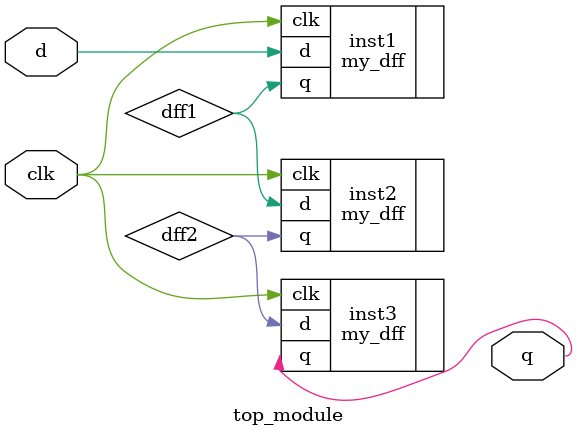
<source format=v>
/*
	You are given a module my_dff with two inputs and one output (that implements a D flip-flop). Instantiate three of
    them, then chain them together to make a shift register of length 3. The clk port needs to be connected to all
    instances. \
    Note that to make the internal connections, you will need to declare some wires. Be careful about naming your wires
    and module instances: the names must be unique.
   	module my_dff ( input clk, input d, output q );

 */
module top_module ( input clk, input d, output q );
	wire dff1, dff2;
	my_dff inst1(.clk(clk), .d(d), .q(dff1));
	my_dff inst2(.clk(clk), .d(dff1), .q(dff2));
	my_dff inst3(.clk(clk), .d(dff2), .q(q));
endmodule

</source>
